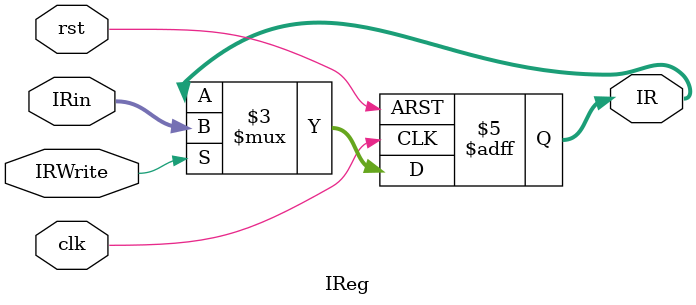
<source format=v>
`timescale 1ns / 1ps

module IReg(
    input clk,rst,
    input [31:0]IRin,
    input IRWrite,
    output reg [31:0]IR
    );
    always @ (posedge clk,posedge rst)
    begin
        if(rst) IR <= 32'bx;
        else if(IRWrite) IR <= IRin;
        else IR <= IR;
    end
endmodule
</source>
